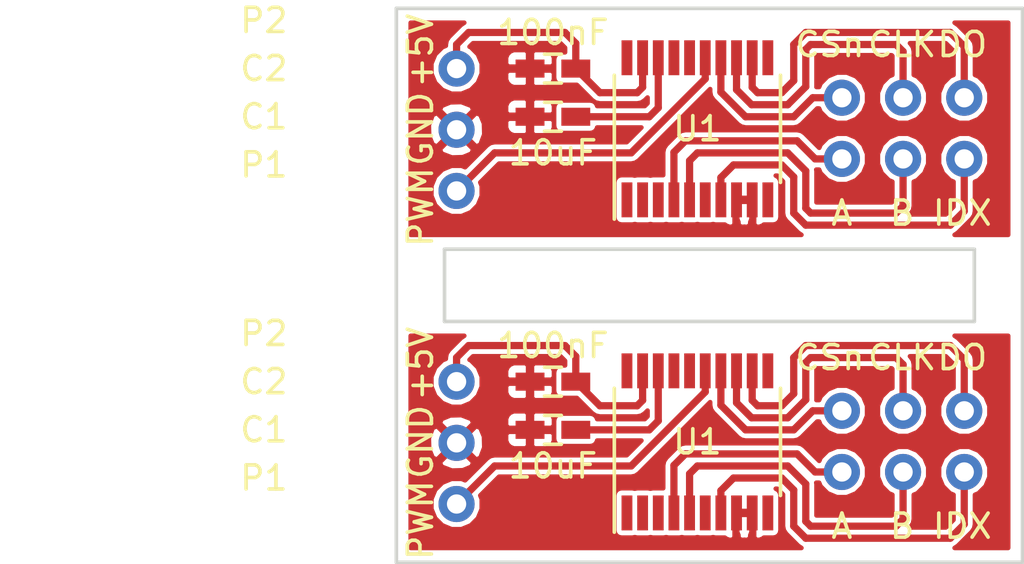
<source format=kicad_pcb>
(kicad_pcb (version 4) (host pcbnew 4.0.4-stable)

  (general
    (links 38)
    (no_connects 10)
    (area 13.924999 12.924999 40.075001 36.075001)
    (thickness 1.6)
    (drawings 31)
    (tracks 130)
    (zones 0)
    (modules 10)
    (nets 11)
  )

  (page A4)
  (layers
    (0 F.Cu signal)
    (31 B.Cu signal)
    (32 B.Adhes user)
    (33 F.Adhes user)
    (34 B.Paste user)
    (35 F.Paste user)
    (36 B.SilkS user)
    (37 F.SilkS user)
    (38 B.Mask user)
    (39 F.Mask user)
    (40 Dwgs.User user)
    (41 Cmts.User user)
    (42 Eco1.User user)
    (43 Eco2.User user)
    (44 Edge.Cuts user)
    (45 Margin user)
    (46 B.CrtYd user)
    (47 F.CrtYd user)
    (48 B.Fab user)
    (49 F.Fab user)
  )

  (setup
    (last_trace_width 0.3)
    (trace_clearance 0.1524)
    (zone_clearance 0.2)
    (zone_45_only no)
    (trace_min 0.1524)
    (segment_width 0.2)
    (edge_width 0.15)
    (via_size 0.6858)
    (via_drill 0.3302)
    (via_min_size 0.6858)
    (via_min_drill 0.3302)
    (uvia_size 0.762)
    (uvia_drill 0.508)
    (uvias_allowed no)
    (uvia_min_size 0)
    (uvia_min_drill 0)
    (pcb_text_width 0.3)
    (pcb_text_size 1.5 1.5)
    (mod_edge_width 0.15)
    (mod_text_size 1 1)
    (mod_text_width 0.15)
    (pad_size 1.2 0.75)
    (pad_drill 0)
    (pad_to_mask_clearance 0.2)
    (aux_axis_origin 0 0)
    (grid_origin 13 13)
    (visible_elements 7FFFFFFF)
    (pcbplotparams
      (layerselection 0x00000_00000001)
      (usegerberextensions false)
      (excludeedgelayer true)
      (linewidth 0.300000)
      (plotframeref false)
      (viasonmask false)
      (mode 1)
      (useauxorigin false)
      (hpglpennumber 1)
      (hpglpenspeed 20)
      (hpglpendiameter 15)
      (hpglpenoverlay 2)
      (psnegative false)
      (psa4output false)
      (plotreference false)
      (plotvalue false)
      (plotinvisibletext false)
      (padsonsilk false)
      (subtractmaskfromsilk false)
      (outputformat 1)
      (mirror false)
      (drillshape 0)
      (scaleselection 1)
      (outputdirectory Sensor_SVG/))
  )

  (net 0 "")
  (net 1 GND)
  (net 2 /A)
  (net 3 /B)
  (net 4 "Net-(C1-Pad1)")
  (net 5 +5V)
  (net 6 /DO)
  (net 7 /PWM)
  (net 8 /CLK)
  (net 9 /CSn)
  (net 10 /IDX)

  (net_class Default "Dies ist die voreingestellte Netzklasse."
    (clearance 0.1524)
    (trace_width 0.3)
    (via_dia 0.6858)
    (via_drill 0.3302)
    (uvia_dia 0.762)
    (uvia_drill 0.508)
    (add_net +5V)
    (add_net /A)
    (add_net /B)
    (add_net /CLK)
    (add_net /CSn)
    (add_net /DO)
    (add_net /IDX)
    (add_net /PWM)
    (add_net GND)
    (add_net "Net-(C1-Pad1)")
  )

  (module dro_footprints:Pin_Header_Straight_1x03 (layer F.Cu) (tedit 583C7A60) (tstamp 583CAFA3)
    (at 16.5 28.5)
    (descr "Through hole pin header")
    (tags "pin header")
    (path /5838720E)
    (fp_text reference P2 (at -8 -2) (layer F.SilkS)
      (effects (font (size 1 1) (thickness 0.15)))
    )
    (fp_text value CONN_01X03 (at -14 -2) (layer F.Fab)
      (effects (font (size 1 1) (thickness 0.15)))
    )
    (fp_line (start -1.75 -1.75) (end -1.75 6.85) (layer F.CrtYd) (width 0.05))
    (fp_line (start 1.75 -1.75) (end 1.75 6.85) (layer F.CrtYd) (width 0.05))
    (fp_line (start -1.75 -1.75) (end 1.75 -1.75) (layer F.CrtYd) (width 0.05))
    (fp_line (start -1.75 6.85) (end 1.75 6.85) (layer F.CrtYd) (width 0.05))
    (pad 1 thru_hole circle (at 0 0) (size 1.5 1.5) (drill 0.8) (layers F.Cu F.Mask)
      (net 5 +5V))
    (pad 2 thru_hole circle (at 0 2.54) (size 1.5 1.5) (drill 0.8) (layers F.Cu F.Mask)
      (net 1 GND))
    (pad 3 thru_hole circle (at 0 5.08) (size 1.5 1.5) (drill 0.8) (layers F.Cu F.Mask)
      (net 7 /PWM))
    (model Pin_Headers.3dshapes/Pin_Header_Straight_1x03.wrl
      (at (xyz 0 -0.1 0))
      (scale (xyz 1 1 1))
      (rotate (xyz 0 0 90))
    )
  )

  (module dro_footprints:Pin_Header_Straight_2x03 (layer F.Cu) (tedit 583C7ADE) (tstamp 583CAF96)
    (at 32.5 32.25 90)
    (descr "Through hole pin header")
    (tags "pin header")
    (path /583871AD)
    (fp_text reference P1 (at -0.25 -24 180) (layer F.SilkS)
      (effects (font (size 1 1) (thickness 0.15)))
    )
    (fp_text value CONN_02X03 (at -0.25 -30 180) (layer F.Fab)
      (effects (font (size 1 1) (thickness 0.15)))
    )
    (fp_line (start -1.75 -1.75) (end -1.75 6.85) (layer F.CrtYd) (width 0.05))
    (fp_line (start 4.3 -1.75) (end 4.3 6.85) (layer F.CrtYd) (width 0.05))
    (fp_line (start -1.75 -1.75) (end 4.3 -1.75) (layer F.CrtYd) (width 0.05))
    (fp_line (start -1.75 6.85) (end 4.3 6.85) (layer F.CrtYd) (width 0.05))
    (pad 1 thru_hole circle (at 0 0 90) (size 1.5 1.5) (drill 0.8) (layers F.Cu F.Mask)
      (net 2 /A))
    (pad 2 thru_hole circle (at 2.54 0 90) (size 1.5 1.5) (drill 0.8) (layers F.Cu F.Mask)
      (net 9 /CSn))
    (pad 3 thru_hole circle (at 0 2.54 90) (size 1.5 1.5) (drill 0.8) (layers F.Cu F.Mask)
      (net 3 /B))
    (pad 4 thru_hole circle (at 2.54 2.54 90) (size 1.5 1.5) (drill 0.8) (layers F.Cu F.Mask)
      (net 8 /CLK))
    (pad 5 thru_hole circle (at 0 5.08 90) (size 1.5 1.5) (drill 0.8) (layers F.Cu F.Mask)
      (net 10 /IDX))
    (pad 6 thru_hole circle (at 2.54 5.08 90) (size 1.5 1.5) (drill 0.8) (layers F.Cu F.Mask)
      (net 6 /DO))
    (model Pin_Headers.3dshapes/Pin_Header_Straight_2x03.wrl
      (at (xyz 0.05 -0.1 0))
      (scale (xyz 1 1 1))
      (rotate (xyz 0 0 90))
    )
  )

  (module Capacitors_SMD:C_0603_HandSoldering (layer F.Cu) (tedit 583C70A7) (tstamp 583CAF87)
    (at 20.5 30.5 180)
    (descr "Capacitor SMD 0603, hand soldering")
    (tags "capacitor 0603")
    (path /583B67A4)
    (attr smd)
    (fp_text reference C1 (at 12 0 180) (layer F.SilkS)
      (effects (font (size 1 1) (thickness 0.15)))
    )
    (fp_text value 10uF (at 15 0 180) (layer F.Fab)
      (effects (font (size 1 1) (thickness 0.15)))
    )
    (fp_line (start -0.8 0.4) (end -0.8 -0.4) (layer F.Fab) (width 0.15))
    (fp_line (start 0.8 0.4) (end -0.8 0.4) (layer F.Fab) (width 0.15))
    (fp_line (start 0.8 -0.4) (end 0.8 0.4) (layer F.Fab) (width 0.15))
    (fp_line (start -0.8 -0.4) (end 0.8 -0.4) (layer F.Fab) (width 0.15))
    (fp_line (start -1.85 -0.75) (end 1.85 -0.75) (layer F.CrtYd) (width 0.05))
    (fp_line (start -1.85 0.75) (end 1.85 0.75) (layer F.CrtYd) (width 0.05))
    (fp_line (start -1.85 -0.75) (end -1.85 0.75) (layer F.CrtYd) (width 0.05))
    (fp_line (start 1.85 -0.75) (end 1.85 0.75) (layer F.CrtYd) (width 0.05))
    (fp_line (start -0.35 -0.6) (end 0.35 -0.6) (layer F.SilkS) (width 0.15))
    (fp_line (start 0.35 0.6) (end -0.35 0.6) (layer F.SilkS) (width 0.15))
    (pad 1 smd rect (at -0.95 0 180) (size 1.2 0.75) (layers F.Cu F.Paste F.Mask)
      (net 4 "Net-(C1-Pad1)"))
    (pad 2 smd rect (at 0.95 0 180) (size 1.2 0.75) (layers F.Cu F.Paste F.Mask)
      (net 1 GND))
    (model Capacitors_SMD.3dshapes/C_0603_HandSoldering.wrl
      (at (xyz 0 0 0))
      (scale (xyz 1 1 1))
      (rotate (xyz 0 0 0))
    )
  )

  (module Housings_SSOP:TSSOP-20_4.4x6.5mm_Pitch0.65mm (layer F.Cu) (tedit 583ACC32) (tstamp 583CAF65)
    (at 26.5 31 90)
    (descr "20-Lead Plastic Thin Shrink Small Outline (ST)-4.4 mm Body [TSSOP] (see Microchip Packaging Specification 00000049BS.pdf)")
    (tags "SSOP 0.65")
    (path /58387FF7)
    (attr smd)
    (fp_text reference U1 (at 0 0 180) (layer F.SilkS)
      (effects (font (size 1 1) (thickness 0.15)))
    )
    (fp_text value AS5311 (at 1.27 0 180) (layer F.Fab)
      (effects (font (size 1 1) (thickness 0.15)))
    )
    (fp_line (start -1.2 -3.25) (end 2.2 -3.25) (layer F.Fab) (width 0.15))
    (fp_line (start 2.2 -3.25) (end 2.2 3.25) (layer F.Fab) (width 0.15))
    (fp_line (start 2.2 3.25) (end -2.2 3.25) (layer F.Fab) (width 0.15))
    (fp_line (start -2.2 3.25) (end -2.2 -2.25) (layer F.Fab) (width 0.15))
    (fp_line (start -2.2 -2.25) (end -1.2 -3.25) (layer F.Fab) (width 0.15))
    (fp_line (start -3.95 -3.55) (end -3.95 3.55) (layer F.CrtYd) (width 0.05))
    (fp_line (start 3.95 -3.55) (end 3.95 3.55) (layer F.CrtYd) (width 0.05))
    (fp_line (start -3.95 -3.55) (end 3.95 -3.55) (layer F.CrtYd) (width 0.05))
    (fp_line (start -3.95 3.55) (end 3.95 3.55) (layer F.CrtYd) (width 0.05))
    (fp_line (start -2.225 3.45) (end 2.225 3.45) (layer F.SilkS) (width 0.15))
    (fp_line (start -3.75 -3.45) (end 2.225 -3.45) (layer F.SilkS) (width 0.15))
    (pad 1 smd rect (at -2.95 -2.925 90) (size 1.45 0.45) (layers F.Cu F.Paste F.Mask))
    (pad 2 smd rect (at -2.95 -2.275 90) (size 1.45 0.45) (layers F.Cu F.Paste F.Mask))
    (pad 3 smd rect (at -2.95 -1.625 90) (size 1.45 0.45) (layers F.Cu F.Paste F.Mask))
    (pad 4 smd rect (at -2.95 -0.975 90) (size 1.45 0.45) (layers F.Cu F.Paste F.Mask)
      (net 2 /A))
    (pad 5 smd rect (at -2.95 -0.325 90) (size 1.45 0.45) (layers F.Cu F.Paste F.Mask)
      (net 3 /B))
    (pad 6 smd rect (at -2.95 0.325 90) (size 1.45 0.45) (layers F.Cu F.Paste F.Mask))
    (pad 7 smd rect (at -2.95 0.975 90) (size 1.45 0.45) (layers F.Cu F.Paste F.Mask)
      (net 10 /IDX))
    (pad 8 smd rect (at -2.95 1.625 90) (size 1.45 0.45) (layers F.Cu F.Paste F.Mask)
      (net 1 GND))
    (pad 9 smd rect (at -2.95 2.275 90) (size 1.45 0.45) (layers F.Cu F.Paste F.Mask)
      (net 1 GND))
    (pad 10 smd rect (at -2.95 2.925 90) (size 1.45 0.45) (layers F.Cu F.Paste F.Mask))
    (pad 11 smd rect (at 2.95 2.925 90) (size 1.45 0.45) (layers F.Cu F.Paste F.Mask))
    (pad 12 smd rect (at 2.95 2.275 90) (size 1.45 0.45) (layers F.Cu F.Paste F.Mask)
      (net 6 /DO))
    (pad 13 smd rect (at 2.95 1.625 90) (size 1.45 0.45) (layers F.Cu F.Paste F.Mask)
      (net 8 /CLK))
    (pad 14 smd rect (at 2.95 0.975 90) (size 1.45 0.45) (layers F.Cu F.Paste F.Mask)
      (net 9 /CSn))
    (pad 15 smd rect (at 2.95 0.325 90) (size 1.45 0.45) (layers F.Cu F.Paste F.Mask)
      (net 7 /PWM))
    (pad 16 smd rect (at 2.95 -0.325 90) (size 1.45 0.45) (layers F.Cu F.Paste F.Mask))
    (pad 17 smd rect (at 2.95 -0.975 90) (size 1.45 0.45) (layers F.Cu F.Paste F.Mask))
    (pad 18 smd rect (at 2.95 -1.625 90) (size 1.45 0.45) (layers F.Cu F.Paste F.Mask)
      (net 4 "Net-(C1-Pad1)"))
    (pad 19 smd rect (at 2.95 -2.275 90) (size 1.45 0.45) (layers F.Cu F.Paste F.Mask)
      (net 5 +5V))
    (pad 20 smd rect (at 2.95 -2.925 90) (size 1.45 0.45) (layers F.Cu F.Paste F.Mask))
    (model Housings_SSOP.3dshapes/TSSOP-20_4.4x6.5mm_Pitch0.65mm.wrl
      (at (xyz 0 0 0))
      (scale (xyz 1 1 1))
      (rotate (xyz 0 0 0))
    )
  )

  (module Capacitors_SMD:C_0603_HandSoldering (layer F.Cu) (tedit 583C7C29) (tstamp 583CAF56)
    (at 20.5 28.5 180)
    (descr "Capacitor SMD 0603, hand soldering")
    (tags "capacitor 0603")
    (path /583874B9)
    (attr smd)
    (fp_text reference C2 (at 12 0 360) (layer F.SilkS)
      (effects (font (size 1 1) (thickness 0.15)))
    )
    (fp_text value 100nF (at 15.5 0 360) (layer F.Fab)
      (effects (font (size 1 1) (thickness 0.15)))
    )
    (fp_line (start -0.8 0.4) (end -0.8 -0.4) (layer F.Fab) (width 0.15))
    (fp_line (start 0.8 0.4) (end -0.8 0.4) (layer F.Fab) (width 0.15))
    (fp_line (start 0.8 -0.4) (end 0.8 0.4) (layer F.Fab) (width 0.15))
    (fp_line (start -0.8 -0.4) (end 0.8 -0.4) (layer F.Fab) (width 0.15))
    (fp_line (start -1.85 -0.75) (end 1.85 -0.75) (layer F.CrtYd) (width 0.05))
    (fp_line (start -1.85 0.75) (end 1.85 0.75) (layer F.CrtYd) (width 0.05))
    (fp_line (start -1.85 -0.75) (end -1.85 0.75) (layer F.CrtYd) (width 0.05))
    (fp_line (start 1.85 -0.75) (end 1.85 0.75) (layer F.CrtYd) (width 0.05))
    (fp_line (start -0.35 -0.6) (end 0.35 -0.6) (layer F.SilkS) (width 0.15))
    (fp_line (start 0.35 0.6) (end -0.35 0.6) (layer F.SilkS) (width 0.15))
    (pad 1 smd rect (at -0.95 0 180) (size 1.2 0.75) (layers F.Cu F.Paste F.Mask)
      (net 5 +5V))
    (pad 2 smd rect (at 0.95 0 180) (size 1.2 0.75) (layers F.Cu F.Paste F.Mask)
      (net 1 GND))
    (model Capacitors_SMD.3dshapes/C_0603_HandSoldering.wrl
      (at (xyz 0 0 0))
      (scale (xyz 1 1 1))
      (rotate (xyz 0 0 0))
    )
  )

  (module Capacitors_SMD:C_0603_HandSoldering (layer F.Cu) (tedit 583C7C29) (tstamp 58388191)
    (at 20.5 15.5 180)
    (descr "Capacitor SMD 0603, hand soldering")
    (tags "capacitor 0603")
    (path /583874B9)
    (attr smd)
    (fp_text reference C2 (at 12 0 360) (layer F.SilkS)
      (effects (font (size 1 1) (thickness 0.15)))
    )
    (fp_text value 100nF (at 15.5 0 360) (layer F.Fab)
      (effects (font (size 1 1) (thickness 0.15)))
    )
    (fp_line (start -0.8 0.4) (end -0.8 -0.4) (layer F.Fab) (width 0.15))
    (fp_line (start 0.8 0.4) (end -0.8 0.4) (layer F.Fab) (width 0.15))
    (fp_line (start 0.8 -0.4) (end 0.8 0.4) (layer F.Fab) (width 0.15))
    (fp_line (start -0.8 -0.4) (end 0.8 -0.4) (layer F.Fab) (width 0.15))
    (fp_line (start -1.85 -0.75) (end 1.85 -0.75) (layer F.CrtYd) (width 0.05))
    (fp_line (start -1.85 0.75) (end 1.85 0.75) (layer F.CrtYd) (width 0.05))
    (fp_line (start -1.85 -0.75) (end -1.85 0.75) (layer F.CrtYd) (width 0.05))
    (fp_line (start 1.85 -0.75) (end 1.85 0.75) (layer F.CrtYd) (width 0.05))
    (fp_line (start -0.35 -0.6) (end 0.35 -0.6) (layer F.SilkS) (width 0.15))
    (fp_line (start 0.35 0.6) (end -0.35 0.6) (layer F.SilkS) (width 0.15))
    (pad 1 smd rect (at -0.95 0 180) (size 1.2 0.75) (layers F.Cu F.Paste F.Mask)
      (net 5 +5V))
    (pad 2 smd rect (at 0.95 0 180) (size 1.2 0.75) (layers F.Cu F.Paste F.Mask)
      (net 1 GND))
    (model Capacitors_SMD.3dshapes/C_0603_HandSoldering.wrl
      (at (xyz 0 0 0))
      (scale (xyz 1 1 1))
      (rotate (xyz 0 0 0))
    )
  )

  (module Housings_SSOP:TSSOP-20_4.4x6.5mm_Pitch0.65mm (layer F.Cu) (tedit 583ACC32) (tstamp 583881B5)
    (at 26.5 18 90)
    (descr "20-Lead Plastic Thin Shrink Small Outline (ST)-4.4 mm Body [TSSOP] (see Microchip Packaging Specification 00000049BS.pdf)")
    (tags "SSOP 0.65")
    (path /58387FF7)
    (attr smd)
    (fp_text reference U1 (at 0 0 180) (layer F.SilkS)
      (effects (font (size 1 1) (thickness 0.15)))
    )
    (fp_text value AS5311 (at 1.27 0 180) (layer F.Fab)
      (effects (font (size 1 1) (thickness 0.15)))
    )
    (fp_line (start -1.2 -3.25) (end 2.2 -3.25) (layer F.Fab) (width 0.15))
    (fp_line (start 2.2 -3.25) (end 2.2 3.25) (layer F.Fab) (width 0.15))
    (fp_line (start 2.2 3.25) (end -2.2 3.25) (layer F.Fab) (width 0.15))
    (fp_line (start -2.2 3.25) (end -2.2 -2.25) (layer F.Fab) (width 0.15))
    (fp_line (start -2.2 -2.25) (end -1.2 -3.25) (layer F.Fab) (width 0.15))
    (fp_line (start -3.95 -3.55) (end -3.95 3.55) (layer F.CrtYd) (width 0.05))
    (fp_line (start 3.95 -3.55) (end 3.95 3.55) (layer F.CrtYd) (width 0.05))
    (fp_line (start -3.95 -3.55) (end 3.95 -3.55) (layer F.CrtYd) (width 0.05))
    (fp_line (start -3.95 3.55) (end 3.95 3.55) (layer F.CrtYd) (width 0.05))
    (fp_line (start -2.225 3.45) (end 2.225 3.45) (layer F.SilkS) (width 0.15))
    (fp_line (start -3.75 -3.45) (end 2.225 -3.45) (layer F.SilkS) (width 0.15))
    (pad 1 smd rect (at -2.95 -2.925 90) (size 1.45 0.45) (layers F.Cu F.Paste F.Mask))
    (pad 2 smd rect (at -2.95 -2.275 90) (size 1.45 0.45) (layers F.Cu F.Paste F.Mask))
    (pad 3 smd rect (at -2.95 -1.625 90) (size 1.45 0.45) (layers F.Cu F.Paste F.Mask))
    (pad 4 smd rect (at -2.95 -0.975 90) (size 1.45 0.45) (layers F.Cu F.Paste F.Mask)
      (net 2 /A))
    (pad 5 smd rect (at -2.95 -0.325 90) (size 1.45 0.45) (layers F.Cu F.Paste F.Mask)
      (net 3 /B))
    (pad 6 smd rect (at -2.95 0.325 90) (size 1.45 0.45) (layers F.Cu F.Paste F.Mask))
    (pad 7 smd rect (at -2.95 0.975 90) (size 1.45 0.45) (layers F.Cu F.Paste F.Mask)
      (net 10 /IDX))
    (pad 8 smd rect (at -2.95 1.625 90) (size 1.45 0.45) (layers F.Cu F.Paste F.Mask)
      (net 1 GND))
    (pad 9 smd rect (at -2.95 2.275 90) (size 1.45 0.45) (layers F.Cu F.Paste F.Mask)
      (net 1 GND))
    (pad 10 smd rect (at -2.95 2.925 90) (size 1.45 0.45) (layers F.Cu F.Paste F.Mask))
    (pad 11 smd rect (at 2.95 2.925 90) (size 1.45 0.45) (layers F.Cu F.Paste F.Mask))
    (pad 12 smd rect (at 2.95 2.275 90) (size 1.45 0.45) (layers F.Cu F.Paste F.Mask)
      (net 6 /DO))
    (pad 13 smd rect (at 2.95 1.625 90) (size 1.45 0.45) (layers F.Cu F.Paste F.Mask)
      (net 8 /CLK))
    (pad 14 smd rect (at 2.95 0.975 90) (size 1.45 0.45) (layers F.Cu F.Paste F.Mask)
      (net 9 /CSn))
    (pad 15 smd rect (at 2.95 0.325 90) (size 1.45 0.45) (layers F.Cu F.Paste F.Mask)
      (net 7 /PWM))
    (pad 16 smd rect (at 2.95 -0.325 90) (size 1.45 0.45) (layers F.Cu F.Paste F.Mask))
    (pad 17 smd rect (at 2.95 -0.975 90) (size 1.45 0.45) (layers F.Cu F.Paste F.Mask))
    (pad 18 smd rect (at 2.95 -1.625 90) (size 1.45 0.45) (layers F.Cu F.Paste F.Mask)
      (net 4 "Net-(C1-Pad1)"))
    (pad 19 smd rect (at 2.95 -2.275 90) (size 1.45 0.45) (layers F.Cu F.Paste F.Mask)
      (net 5 +5V))
    (pad 20 smd rect (at 2.95 -2.925 90) (size 1.45 0.45) (layers F.Cu F.Paste F.Mask))
    (model Housings_SSOP.3dshapes/TSSOP-20_4.4x6.5mm_Pitch0.65mm.wrl
      (at (xyz 0 0 0))
      (scale (xyz 1 1 1))
      (rotate (xyz 0 0 0))
    )
  )

  (module Capacitors_SMD:C_0603_HandSoldering (layer F.Cu) (tedit 583C70A7) (tstamp 583B6361)
    (at 20.5 17.5 180)
    (descr "Capacitor SMD 0603, hand soldering")
    (tags "capacitor 0603")
    (path /583B67A4)
    (attr smd)
    (fp_text reference C1 (at 12 0 180) (layer F.SilkS)
      (effects (font (size 1 1) (thickness 0.15)))
    )
    (fp_text value 10uF (at 15 0 180) (layer F.Fab)
      (effects (font (size 1 1) (thickness 0.15)))
    )
    (fp_line (start -0.8 0.4) (end -0.8 -0.4) (layer F.Fab) (width 0.15))
    (fp_line (start 0.8 0.4) (end -0.8 0.4) (layer F.Fab) (width 0.15))
    (fp_line (start 0.8 -0.4) (end 0.8 0.4) (layer F.Fab) (width 0.15))
    (fp_line (start -0.8 -0.4) (end 0.8 -0.4) (layer F.Fab) (width 0.15))
    (fp_line (start -1.85 -0.75) (end 1.85 -0.75) (layer F.CrtYd) (width 0.05))
    (fp_line (start -1.85 0.75) (end 1.85 0.75) (layer F.CrtYd) (width 0.05))
    (fp_line (start -1.85 -0.75) (end -1.85 0.75) (layer F.CrtYd) (width 0.05))
    (fp_line (start 1.85 -0.75) (end 1.85 0.75) (layer F.CrtYd) (width 0.05))
    (fp_line (start -0.35 -0.6) (end 0.35 -0.6) (layer F.SilkS) (width 0.15))
    (fp_line (start 0.35 0.6) (end -0.35 0.6) (layer F.SilkS) (width 0.15))
    (pad 1 smd rect (at -0.95 0 180) (size 1.2 0.75) (layers F.Cu F.Paste F.Mask)
      (net 4 "Net-(C1-Pad1)"))
    (pad 2 smd rect (at 0.95 0 180) (size 1.2 0.75) (layers F.Cu F.Paste F.Mask)
      (net 1 GND))
    (model Capacitors_SMD.3dshapes/C_0603_HandSoldering.wrl
      (at (xyz 0 0 0))
      (scale (xyz 1 1 1))
      (rotate (xyz 0 0 0))
    )
  )

  (module dro_footprints:Pin_Header_Straight_2x03 (layer F.Cu) (tedit 583C7ADE) (tstamp 583C7F6E)
    (at 32.5 19.25 90)
    (descr "Through hole pin header")
    (tags "pin header")
    (path /583871AD)
    (fp_text reference P1 (at -0.25 -24 180) (layer F.SilkS)
      (effects (font (size 1 1) (thickness 0.15)))
    )
    (fp_text value CONN_02X03 (at -0.25 -30 180) (layer F.Fab)
      (effects (font (size 1 1) (thickness 0.15)))
    )
    (fp_line (start -1.75 -1.75) (end -1.75 6.85) (layer F.CrtYd) (width 0.05))
    (fp_line (start 4.3 -1.75) (end 4.3 6.85) (layer F.CrtYd) (width 0.05))
    (fp_line (start -1.75 -1.75) (end 4.3 -1.75) (layer F.CrtYd) (width 0.05))
    (fp_line (start -1.75 6.85) (end 4.3 6.85) (layer F.CrtYd) (width 0.05))
    (pad 1 thru_hole circle (at 0 0 90) (size 1.5 1.5) (drill 0.8) (layers F.Cu F.Mask)
      (net 2 /A))
    (pad 2 thru_hole circle (at 2.54 0 90) (size 1.5 1.5) (drill 0.8) (layers F.Cu F.Mask)
      (net 9 /CSn))
    (pad 3 thru_hole circle (at 0 2.54 90) (size 1.5 1.5) (drill 0.8) (layers F.Cu F.Mask)
      (net 3 /B))
    (pad 4 thru_hole circle (at 2.54 2.54 90) (size 1.5 1.5) (drill 0.8) (layers F.Cu F.Mask)
      (net 8 /CLK))
    (pad 5 thru_hole circle (at 0 5.08 90) (size 1.5 1.5) (drill 0.8) (layers F.Cu F.Mask)
      (net 10 /IDX))
    (pad 6 thru_hole circle (at 2.54 5.08 90) (size 1.5 1.5) (drill 0.8) (layers F.Cu F.Mask)
      (net 6 /DO))
    (model Pin_Headers.3dshapes/Pin_Header_Straight_2x03.wrl
      (at (xyz 0.05 -0.1 0))
      (scale (xyz 1 1 1))
      (rotate (xyz 0 0 90))
    )
  )

  (module dro_footprints:Pin_Header_Straight_1x03 (layer F.Cu) (tedit 583C7A60) (tstamp 583C7F7B)
    (at 16.5 15.5)
    (descr "Through hole pin header")
    (tags "pin header")
    (path /5838720E)
    (fp_text reference P2 (at -8 -2) (layer F.SilkS)
      (effects (font (size 1 1) (thickness 0.15)))
    )
    (fp_text value CONN_01X03 (at -14 -2) (layer F.Fab)
      (effects (font (size 1 1) (thickness 0.15)))
    )
    (fp_line (start -1.75 -1.75) (end -1.75 6.85) (layer F.CrtYd) (width 0.05))
    (fp_line (start 1.75 -1.75) (end 1.75 6.85) (layer F.CrtYd) (width 0.05))
    (fp_line (start -1.75 -1.75) (end 1.75 -1.75) (layer F.CrtYd) (width 0.05))
    (fp_line (start -1.75 6.85) (end 1.75 6.85) (layer F.CrtYd) (width 0.05))
    (pad 1 thru_hole circle (at 0 0) (size 1.5 1.5) (drill 0.8) (layers F.Cu F.Mask)
      (net 5 +5V))
    (pad 2 thru_hole circle (at 0 2.54) (size 1.5 1.5) (drill 0.8) (layers F.Cu F.Mask)
      (net 1 GND))
    (pad 3 thru_hole circle (at 0 5.08) (size 1.5 1.5) (drill 0.8) (layers F.Cu F.Mask)
      (net 7 /PWM))
    (model Pin_Headers.3dshapes/Pin_Header_Straight_1x03.wrl
      (at (xyz 0 -0.1 0))
      (scale (xyz 1 1 1))
      (rotate (xyz 0 0 90))
    )
  )

  (gr_text A (at 32.5 34.5) (layer F.SilkS) (tstamp 583CAFF8)
    (effects (font (size 1 1) (thickness 0.15)))
  )
  (gr_text B (at 35 34.5) (layer F.SilkS) (tstamp 583CAFF7)
    (effects (font (size 1 1) (thickness 0.15)))
  )
  (gr_text GND (at 15 31 90) (layer F.SilkS) (tstamp 583CAFF6)
    (effects (font (size 1 1) (thickness 0.15)))
  )
  (gr_text +5V (at 15 27.75 90) (layer F.SilkS) (tstamp 583CAFF5)
    (effects (font (size 1 1) (thickness 0.15)))
  )
  (gr_text IDX (at 37.5 34.5) (layer F.SilkS) (tstamp 583CAFF4)
    (effects (font (size 1 1) (thickness 0.15)))
  )
  (gr_text 100nF (at 20.5 27) (layer F.SilkS) (tstamp 583CAFF3)
    (effects (font (size 1 1) (thickness 0.15)))
  )
  (gr_text 10uF (at 20.5 32) (layer F.SilkS) (tstamp 583CAFF2)
    (effects (font (size 1 1) (thickness 0.15)))
  )
  (gr_text CSn (at 32 27.5) (layer F.SilkS) (tstamp 583CAFF1)
    (effects (font (size 1 1) (thickness 0.15)))
  )
  (gr_text CLK (at 35 27.5) (layer F.SilkS) (tstamp 583CAFF0)
    (effects (font (size 1 1) (thickness 0.15)))
  )
  (gr_text DO (at 37.5 27.5) (layer F.SilkS) (tstamp 583CAFEF)
    (effects (font (size 1 1) (thickness 0.15)))
  )
  (gr_text PWM (at 15 34.25 90) (layer F.SilkS) (tstamp 583CAFEE)
    (effects (font (size 1 1) (thickness 0.15)))
  )
  (gr_text PWM (at 15 21.25 90) (layer F.SilkS)
    (effects (font (size 1 1) (thickness 0.15)))
  )
  (gr_line (start 38 26) (end 16 26) (angle 90) (layer Edge.Cuts) (width 0.15))
  (gr_line (start 38 23) (end 38 26) (angle 90) (layer Edge.Cuts) (width 0.15))
  (gr_line (start 16 23) (end 38 23) (angle 90) (layer Edge.Cuts) (width 0.15))
  (gr_line (start 40 36) (end 14 36) (angle 90) (layer Edge.Cuts) (width 0.15))
  (gr_line (start 40 13) (end 40 36) (angle 90) (layer Edge.Cuts) (width 0.15))
  (gr_line (start 14 13) (end 40 13) (angle 90) (layer Edge.Cuts) (width 0.15))
  (gr_text DO (at 37.5 14.5) (layer F.SilkS)
    (effects (font (size 1 1) (thickness 0.15)))
  )
  (gr_text CLK (at 35 14.5) (layer F.SilkS)
    (effects (font (size 1 1) (thickness 0.15)))
  )
  (gr_text CSn (at 32 14.5) (layer F.SilkS)
    (effects (font (size 1 1) (thickness 0.15)))
  )
  (gr_text 10uF (at 20.5 19) (layer F.SilkS)
    (effects (font (size 1 1) (thickness 0.15)))
  )
  (gr_line (start 14 36) (end 14 13) (angle 90) (layer Edge.Cuts) (width 0.15))
  (gr_line (start 16 23) (end 16 26) (angle 90) (layer Edge.Cuts) (width 0.15))
  (gr_text 100nF (at 20.5 14) (layer F.SilkS)
    (effects (font (size 1 1) (thickness 0.15)))
  )
  (gr_text IDX (at 37.5 21.5) (layer F.SilkS)
    (effects (font (size 1 1) (thickness 0.15)))
  )
  (gr_text +5V (at 15 14.75 90) (layer F.SilkS)
    (effects (font (size 1 1) (thickness 0.15)))
  )
  (gr_text GND (at 15 18 90) (layer F.SilkS)
    (effects (font (size 1 1) (thickness 0.15)))
  )
  (gr_text B (at 35 21.5) (layer F.SilkS)
    (effects (font (size 1 1) (thickness 0.15)))
  )
  (gr_text A (at 32.5 21.5) (layer F.SilkS)
    (effects (font (size 1 1) (thickness 0.15)))
  )
  (gr_text "cut out" (at 24 24.5) (layer Dwgs.User)
    (effects (font (size 1.5 1.5) (thickness 0.3)))
  )

  (segment (start 16.96 31.5) (end 16.5 31.04) (width 0.3) (layer F.Cu) (net 1) (tstamp 583CAFAE))
  (segment (start 19.55 28.5) (end 19.55 28.55) (width 0.3) (layer F.Cu) (net 1) (tstamp 583CAFAD) (status 30))
  (segment (start 19.55 15.5) (end 19.55 15.55) (width 0.3) (layer F.Cu) (net 1) (status 30))
  (segment (start 16.96 18.5) (end 16.5 18.04) (width 0.3) (layer F.Cu) (net 1) (tstamp 583C71A4))
  (segment (start 25.525 31.975) (end 26 31.5) (width 0.3) (layer F.Cu) (net 2) (tstamp 583CAFB3))
  (segment (start 26 31.5) (end 30.639794 31.5) (width 0.3) (layer F.Cu) (net 2) (tstamp 583CAFB2))
  (segment (start 30.639794 31.5) (end 31.389794 32.25) (width 0.3) (layer F.Cu) (net 2) (tstamp 583CAFB1))
  (segment (start 31.389794 32.25) (end 32.5 32.25) (width 0.3) (layer F.Cu) (net 2) (tstamp 583CAFB0))
  (segment (start 25.525 33.95) (end 25.525 31.975) (width 0.3) (layer F.Cu) (net 2) (tstamp 583CAFAF))
  (segment (start 25.525 20.95) (end 25.525 18.975) (width 0.3) (layer F.Cu) (net 2))
  (segment (start 31.389794 19.25) (end 32.5 19.25) (width 0.3) (layer F.Cu) (net 2) (tstamp 583C7531))
  (segment (start 30.639794 18.5) (end 31.389794 19.25) (width 0.3) (layer F.Cu) (net 2) (tstamp 583C752A))
  (segment (start 26 18.5) (end 30.639794 18.5) (width 0.3) (layer F.Cu) (net 2) (tstamp 583C751E))
  (segment (start 25.525 18.975) (end 26 18.5) (width 0.3) (layer F.Cu) (net 2) (tstamp 583C751A))
  (segment (start 26.175 32.325) (end 26.5 32) (width 0.3) (layer F.Cu) (net 3) (tstamp 583CAFBC))
  (segment (start 26.5 32) (end 30.25 32) (width 0.3) (layer F.Cu) (net 3) (tstamp 583CAFBB))
  (segment (start 30.25 32) (end 31 32.75) (width 0.3) (layer F.Cu) (net 3) (tstamp 583CAFBA))
  (segment (start 31 32.75) (end 31 34.297598) (width 0.3) (layer F.Cu) (net 3) (tstamp 583CAFB9))
  (segment (start 31 34.297598) (end 31.202402 34.5) (width 0.3) (layer F.Cu) (net 3) (tstamp 583CAFB8))
  (segment (start 31.202402 34.5) (end 34.75 34.5) (width 0.3) (layer F.Cu) (net 3) (tstamp 583CAFB7))
  (segment (start 34.75 34.5) (end 35.04 34.21) (width 0.3) (layer F.Cu) (net 3) (tstamp 583CAFB6))
  (segment (start 35.04 34.21) (end 35.04 32.25) (width 0.3) (layer F.Cu) (net 3) (tstamp 583CAFB5))
  (segment (start 26.175 33.95) (end 26.175 32.325) (width 0.3) (layer F.Cu) (net 3) (tstamp 583CAFB4))
  (segment (start 26.175 20.95) (end 26.175 19.325) (width 0.3) (layer F.Cu) (net 3))
  (segment (start 35.04 21.21) (end 35.04 19.25) (width 0.3) (layer F.Cu) (net 3) (tstamp 583C756C))
  (segment (start 34.75 21.5) (end 35.04 21.21) (width 0.3) (layer F.Cu) (net 3) (tstamp 583C756A))
  (segment (start 31.202402 21.5) (end 34.75 21.5) (width 0.3) (layer F.Cu) (net 3) (tstamp 583C7566))
  (segment (start 31 21.297598) (end 31.202402 21.5) (width 0.3) (layer F.Cu) (net 3) (tstamp 583C7565))
  (segment (start 31 19.75) (end 31 21.297598) (width 0.3) (layer F.Cu) (net 3) (tstamp 583C7561))
  (segment (start 30.25 19) (end 31 19.75) (width 0.3) (layer F.Cu) (net 3) (tstamp 583C755B))
  (segment (start 26.5 19) (end 30.25 19) (width 0.3) (layer F.Cu) (net 3) (tstamp 583C7557))
  (segment (start 26.175 19.325) (end 26.5 19) (width 0.3) (layer F.Cu) (net 3) (tstamp 583C754F))
  (segment (start 24.875 30.125) (end 24.5 30.5) (width 0.3) (layer F.Cu) (net 4) (tstamp 583CAFBF))
  (segment (start 24.5 30.5) (end 21.45 30.5) (width 0.3) (layer F.Cu) (net 4) (tstamp 583CAFBE))
  (segment (start 24.875 28.05) (end 24.875 30.125) (width 0.3) (layer F.Cu) (net 4) (tstamp 583CAFBD))
  (segment (start 24.875 15.05) (end 24.875 17.125) (width 0.3) (layer F.Cu) (net 4))
  (segment (start 24.5 17.5) (end 21.45 17.5) (width 0.3) (layer F.Cu) (net 4) (tstamp 583C7120))
  (segment (start 24.875 17.125) (end 24.5 17.5) (width 0.3) (layer F.Cu) (net 4) (tstamp 583C711A))
  (segment (start 21.5 28.55) (end 21.45 28.5) (width 0.3) (layer F.Cu) (net 5) (tstamp 583CAFC9) (status 30))
  (segment (start 24.225 29.275) (end 24 29.5) (width 0.3) (layer F.Cu) (net 5) (tstamp 583CAFC8))
  (segment (start 24 29.5) (end 22.45 29.5) (width 0.3) (layer F.Cu) (net 5) (tstamp 583CAFC7))
  (segment (start 22.45 29.5) (end 21.45 28.5) (width 0.3) (layer F.Cu) (net 5) (tstamp 583CAFC6))
  (segment (start 24.225 28.05) (end 24.225 29.275) (width 0.3) (layer F.Cu) (net 5) (tstamp 583CAFC5))
  (segment (start 21.45 28.5) (end 21.45 27.45) (width 0.3) (layer F.Cu) (net 5) (tstamp 583CAFC4))
  (segment (start 21.45 27.45) (end 21 27) (width 0.3) (layer F.Cu) (net 5) (tstamp 583CAFC3))
  (segment (start 21 27) (end 17 27) (width 0.3) (layer F.Cu) (net 5) (tstamp 583CAFC2))
  (segment (start 17 27) (end 16.5 27.5) (width 0.3) (layer F.Cu) (net 5) (tstamp 583CAFC1))
  (segment (start 16.5 27.5) (end 16.5 28.5) (width 0.3) (layer F.Cu) (net 5) (tstamp 583CAFC0))
  (segment (start 16.5 14.5) (end 16.5 15.5) (width 0.3) (layer F.Cu) (net 5) (tstamp 583C71DB))
  (segment (start 17 14) (end 16.5 14.5) (width 0.3) (layer F.Cu) (net 5) (tstamp 583C71DA))
  (segment (start 21 14) (end 17 14) (width 0.3) (layer F.Cu) (net 5) (tstamp 583C71D7))
  (segment (start 21.45 14.45) (end 21 14) (width 0.3) (layer F.Cu) (net 5) (tstamp 583C71D6))
  (segment (start 21.45 15.5) (end 21.45 14.45) (width 0.3) (layer F.Cu) (net 5))
  (segment (start 24.225 15.05) (end 24.225 16.275) (width 0.3) (layer F.Cu) (net 5))
  (segment (start 22.45 16.5) (end 21.45 15.5) (width 0.3) (layer F.Cu) (net 5) (tstamp 583C7114))
  (segment (start 24 16.5) (end 22.45 16.5) (width 0.3) (layer F.Cu) (net 5) (tstamp 583C7110))
  (segment (start 24.225 16.275) (end 24 16.5) (width 0.3) (layer F.Cu) (net 5) (tstamp 583C7109))
  (segment (start 21.5 15.55) (end 21.45 15.5) (width 0.3) (layer F.Cu) (net 5) (tstamp 5838CAE9) (status 30))
  (segment (start 28.775 29.275) (end 29 29.5) (width 0.3) (layer F.Cu) (net 6) (tstamp 583CAFD2))
  (segment (start 29 29.5) (end 30 29.5) (width 0.3) (layer F.Cu) (net 6) (tstamp 583CAFD1))
  (segment (start 30 29.5) (end 30.5 29) (width 0.3) (layer F.Cu) (net 6) (tstamp 583CAFD0))
  (segment (start 30.5 29) (end 30.5 27.5) (width 0.3) (layer F.Cu) (net 6) (tstamp 583CAFCF))
  (segment (start 30.5 27.5) (end 31 27) (width 0.3) (layer F.Cu) (net 6) (tstamp 583CAFCE))
  (segment (start 31 27) (end 37 27) (width 0.3) (layer F.Cu) (net 6) (tstamp 583CAFCD))
  (segment (start 37 27) (end 37.58 27.58) (width 0.3) (layer F.Cu) (net 6) (tstamp 583CAFCC))
  (segment (start 37.58 27.58) (end 37.58 29.71) (width 0.3) (layer F.Cu) (net 6) (tstamp 583CAFCB))
  (segment (start 28.775 28.05) (end 28.775 29.275) (width 0.3) (layer F.Cu) (net 6) (tstamp 583CAFCA))
  (segment (start 28.775 15.05) (end 28.775 16.275) (width 0.3) (layer F.Cu) (net 6))
  (segment (start 37.58 14.58) (end 37.58 16.71) (width 0.3) (layer F.Cu) (net 6) (tstamp 583C7474))
  (segment (start 37 14) (end 37.58 14.58) (width 0.3) (layer F.Cu) (net 6) (tstamp 583C7471))
  (segment (start 31 14) (end 37 14) (width 0.3) (layer F.Cu) (net 6) (tstamp 583C746F))
  (segment (start 30.5 14.5) (end 31 14) (width 0.3) (layer F.Cu) (net 6) (tstamp 583C746E))
  (segment (start 30.5 16) (end 30.5 14.5) (width 0.3) (layer F.Cu) (net 6) (tstamp 583C746C))
  (segment (start 30 16.5) (end 30.5 16) (width 0.3) (layer F.Cu) (net 6) (tstamp 583C7468))
  (segment (start 29 16.5) (end 30 16.5) (width 0.3) (layer F.Cu) (net 6) (tstamp 583C7465))
  (segment (start 28.775 16.275) (end 29 16.5) (width 0.3) (layer F.Cu) (net 6) (tstamp 583C7461))
  (segment (start 26.825 28.925) (end 23.75 32) (width 0.3) (layer F.Cu) (net 7) (tstamp 583CAFD6))
  (segment (start 23.75 32) (end 18.08 32) (width 0.3) (layer F.Cu) (net 7) (tstamp 583CAFD5))
  (segment (start 18.08 32) (end 16.5 33.58) (width 0.3) (layer F.Cu) (net 7) (tstamp 583CAFD4))
  (segment (start 26.825 28.05) (end 26.825 28.925) (width 0.3) (layer F.Cu) (net 7) (tstamp 583CAFD3))
  (segment (start 26.825 15.05) (end 26.825 15.925) (width 0.3) (layer F.Cu) (net 7))
  (segment (start 18.08 19) (end 16.5 20.58) (width 0.3) (layer F.Cu) (net 7) (tstamp 583C7F90))
  (segment (start 23.75 19) (end 18.08 19) (width 0.3) (layer F.Cu) (net 7) (tstamp 583C7F8E))
  (segment (start 26.825 15.925) (end 23.75 19) (width 0.3) (layer F.Cu) (net 7) (tstamp 583C7F8D))
  (segment (start 28.125 29.375) (end 28.75 30) (width 0.3) (layer F.Cu) (net 8) (tstamp 583CAFDF))
  (segment (start 28.75 30) (end 30.25 30) (width 0.3) (layer F.Cu) (net 8) (tstamp 583CAFDE))
  (segment (start 30.25 30) (end 31 29.25) (width 0.3) (layer F.Cu) (net 8) (tstamp 583CAFDD))
  (segment (start 31 29.25) (end 31 27.702402) (width 0.3) (layer F.Cu) (net 8) (tstamp 583CAFDC))
  (segment (start 31 27.702402) (end 31.202402 27.5) (width 0.3) (layer F.Cu) (net 8) (tstamp 583CAFDB))
  (segment (start 31.202402 27.5) (end 34.75 27.5) (width 0.3) (layer F.Cu) (net 8) (tstamp 583CAFDA))
  (segment (start 34.75 27.5) (end 35.04 27.79) (width 0.3) (layer F.Cu) (net 8) (tstamp 583CAFD9))
  (segment (start 35.04 27.79) (end 35.04 29.71) (width 0.3) (layer F.Cu) (net 8) (tstamp 583CAFD8))
  (segment (start 28.125 28.05) (end 28.125 29.375) (width 0.3) (layer F.Cu) (net 8) (tstamp 583CAFD7))
  (segment (start 28.125 15.05) (end 28.125 16.375) (width 0.3) (layer F.Cu) (net 8))
  (segment (start 35.04 14.79) (end 35.04 16.71) (width 0.3) (layer F.Cu) (net 8) (tstamp 583C74A2))
  (segment (start 34.75 14.5) (end 35.04 14.79) (width 0.3) (layer F.Cu) (net 8) (tstamp 583C74A0))
  (segment (start 31.202402 14.5) (end 34.75 14.5) (width 0.3) (layer F.Cu) (net 8) (tstamp 583C749E))
  (segment (start 31 14.702402) (end 31.202402 14.5) (width 0.3) (layer F.Cu) (net 8) (tstamp 583C749C))
  (segment (start 31 16.25) (end 31 14.702402) (width 0.3) (layer F.Cu) (net 8) (tstamp 583C7497))
  (segment (start 30.25 17) (end 31 16.25) (width 0.3) (layer F.Cu) (net 8) (tstamp 583C7492))
  (segment (start 28.75 17) (end 30.25 17) (width 0.3) (layer F.Cu) (net 8) (tstamp 583C748F))
  (segment (start 28.125 16.375) (end 28.75 17) (width 0.3) (layer F.Cu) (net 8) (tstamp 583C747B))
  (segment (start 27.475 29.475) (end 28.5 30.5) (width 0.3) (layer F.Cu) (net 9) (tstamp 583CAFE4))
  (segment (start 28.5 30.5) (end 30.5 30.5) (width 0.3) (layer F.Cu) (net 9) (tstamp 583CAFE3))
  (segment (start 30.5 30.5) (end 31.29 29.71) (width 0.3) (layer F.Cu) (net 9) (tstamp 583CAFE2))
  (segment (start 31.29 29.71) (end 32.5 29.71) (width 0.3) (layer F.Cu) (net 9) (tstamp 583CAFE1))
  (segment (start 27.475 28.05) (end 27.475 29.475) (width 0.3) (layer F.Cu) (net 9) (tstamp 583CAFE0))
  (segment (start 27.475 15.05) (end 27.475 16.475) (width 0.3) (layer F.Cu) (net 9))
  (segment (start 31.29 16.71) (end 32.5 16.71) (width 0.3) (layer F.Cu) (net 9) (tstamp 583C74C9))
  (segment (start 30.5 17.5) (end 31.29 16.71) (width 0.3) (layer F.Cu) (net 9) (tstamp 583C74C3))
  (segment (start 28.5 17.5) (end 30.5 17.5) (width 0.3) (layer F.Cu) (net 9) (tstamp 583C74C1))
  (segment (start 27.475 16.475) (end 28.5 17.5) (width 0.3) (layer F.Cu) (net 9) (tstamp 583C74BD))
  (segment (start 27.475 33.025) (end 28 32.5) (width 0.3) (layer F.Cu) (net 10) (tstamp 583CAFED))
  (segment (start 28 32.5) (end 30 32.5) (width 0.3) (layer F.Cu) (net 10) (tstamp 583CAFEC))
  (segment (start 30 32.5) (end 30.5 33) (width 0.3) (layer F.Cu) (net 10) (tstamp 583CAFEB))
  (segment (start 30.5 33) (end 30.5 34.5) (width 0.3) (layer F.Cu) (net 10) (tstamp 583CAFEA))
  (segment (start 30.5 34.5) (end 31 35) (width 0.3) (layer F.Cu) (net 10) (tstamp 583CAFE9))
  (segment (start 31 35) (end 37 35) (width 0.3) (layer F.Cu) (net 10) (tstamp 583CAFE8))
  (segment (start 37 35) (end 37.58 34.42) (width 0.3) (layer F.Cu) (net 10) (tstamp 583CAFE7))
  (segment (start 37.58 34.42) (end 37.58 32.25) (width 0.3) (layer F.Cu) (net 10) (tstamp 583CAFE6))
  (segment (start 27.475 33.95) (end 27.475 33.025) (width 0.3) (layer F.Cu) (net 10) (tstamp 583CAFE5))
  (segment (start 27.475 20.95) (end 27.475 20.025) (width 0.3) (layer F.Cu) (net 10))
  (segment (start 37.58 21.42) (end 37.58 19.25) (width 0.3) (layer F.Cu) (net 10) (tstamp 583C74EB))
  (segment (start 37 22) (end 37.58 21.42) (width 0.3) (layer F.Cu) (net 10) (tstamp 583C74E9))
  (segment (start 31 22) (end 37 22) (width 0.3) (layer F.Cu) (net 10) (tstamp 583C74E3))
  (segment (start 30.5 21.5) (end 31 22) (width 0.3) (layer F.Cu) (net 10) (tstamp 583C74E2))
  (segment (start 30.5 20) (end 30.5 21.5) (width 0.3) (layer F.Cu) (net 10) (tstamp 583C74E0))
  (segment (start 30 19.5) (end 30.5 20) (width 0.3) (layer F.Cu) (net 10) (tstamp 583C74DE))
  (segment (start 28 19.5) (end 30 19.5) (width 0.3) (layer F.Cu) (net 10) (tstamp 583C74DC))
  (segment (start 27.475 20.025) (end 28 19.5) (width 0.3) (layer F.Cu) (net 10) (tstamp 583C74D3))

  (zone (net 1) (net_name GND) (layer F.Cu) (tstamp 583AD10B) (hatch edge 0.508)
    (connect_pads (clearance 0.2))
    (min_thickness 0.19)
    (fill yes (arc_segments 16) (thermal_gap 0.3) (thermal_bridge_width 0.35))
    (polygon
      (pts
        (xy 39.5 22.5) (xy 14.5 22.5) (xy 14.5 13.5) (xy 39.5 13.5)
      )
    )
    (filled_polygon
      (pts
        (xy 16.685337 13.685337) (xy 16.685335 13.68534) (xy 16.185337 14.185337) (xy 16.088874 14.329706) (xy 16.054999 14.5)
        (xy 16.055 14.500005) (xy 16.055 14.553178) (xy 15.908828 14.613575) (xy 15.614608 14.907282) (xy 15.455182 15.291225)
        (xy 15.454819 15.706951) (xy 15.613575 16.091172) (xy 15.907282 16.385392) (xy 16.291225 16.544818) (xy 16.706951 16.545181)
        (xy 17.091172 16.386425) (xy 17.385392 16.092718) (xy 17.544818 15.708775) (xy 17.544844 15.67875) (xy 18.555 15.67875)
        (xy 18.555 15.953571) (xy 18.615135 16.09875) (xy 18.726251 16.209865) (xy 18.87143 16.27) (xy 19.37125 16.27)
        (xy 19.47 16.17125) (xy 19.47 15.58) (xy 19.63 15.58) (xy 19.63 16.17125) (xy 19.72875 16.27)
        (xy 20.22857 16.27) (xy 20.373749 16.209865) (xy 20.484865 16.09875) (xy 20.545 15.953571) (xy 20.545 15.67875)
        (xy 20.44625 15.58) (xy 19.63 15.58) (xy 19.47 15.58) (xy 18.65375 15.58) (xy 18.555 15.67875)
        (xy 17.544844 15.67875) (xy 17.545181 15.293049) (xy 17.443281 15.046429) (xy 18.555 15.046429) (xy 18.555 15.32125)
        (xy 18.65375 15.42) (xy 19.47 15.42) (xy 19.47 14.82875) (xy 19.63 14.82875) (xy 19.63 15.42)
        (xy 20.44625 15.42) (xy 20.545 15.32125) (xy 20.545 15.046429) (xy 20.484865 14.90125) (xy 20.373749 14.790135)
        (xy 20.22857 14.73) (xy 19.72875 14.73) (xy 19.63 14.82875) (xy 19.47 14.82875) (xy 19.37125 14.73)
        (xy 18.87143 14.73) (xy 18.726251 14.790135) (xy 18.615135 14.90125) (xy 18.555 15.046429) (xy 17.443281 15.046429)
        (xy 17.386425 14.908828) (xy 17.092718 14.614608) (xy 17.037603 14.591722) (xy 17.184325 14.445) (xy 20.815674 14.445)
        (xy 21.005 14.634325) (xy 21.005 14.824221) (xy 20.85 14.824221) (xy 20.74068 14.844791) (xy 20.640276 14.909399)
        (xy 20.572918 15.00798) (xy 20.549221 15.125) (xy 20.549221 15.875) (xy 20.569791 15.98432) (xy 20.634399 16.084724)
        (xy 20.73298 16.152082) (xy 20.85 16.175779) (xy 21.496453 16.175779) (xy 22.135335 16.81466) (xy 22.135337 16.814663)
        (xy 22.246318 16.888817) (xy 22.279706 16.911126) (xy 22.45 16.945001) (xy 22.450005 16.945) (xy 23.999995 16.945)
        (xy 24 16.945001) (xy 24.170294 16.911126) (xy 24.314663 16.814663) (xy 24.43 16.699325) (xy 24.43 16.940675)
        (xy 24.315674 17.055) (xy 22.337608 17.055) (xy 22.330209 17.01568) (xy 22.265601 16.915276) (xy 22.16702 16.847918)
        (xy 22.05 16.824221) (xy 20.85 16.824221) (xy 20.74068 16.844791) (xy 20.640276 16.909399) (xy 20.572918 17.00798)
        (xy 20.549221 17.125) (xy 20.549221 17.875) (xy 20.569791 17.98432) (xy 20.634399 18.084724) (xy 20.73298 18.152082)
        (xy 20.85 18.175779) (xy 22.05 18.175779) (xy 22.15932 18.155209) (xy 22.259724 18.090601) (xy 22.327082 17.99202)
        (xy 22.336604 17.945) (xy 24.175674 17.945) (xy 23.565674 18.555) (xy 18.08 18.555) (xy 17.909706 18.588874)
        (xy 17.765337 18.685337) (xy 17.765335 18.68534) (xy 16.854841 19.595833) (xy 16.708775 19.535182) (xy 16.293049 19.534819)
        (xy 15.908828 19.693575) (xy 15.614608 19.987282) (xy 15.455182 20.371225) (xy 15.454819 20.786951) (xy 15.613575 21.171172)
        (xy 15.907282 21.465392) (xy 16.291225 21.624818) (xy 16.706951 21.625181) (xy 17.091172 21.466425) (xy 17.385392 21.172718)
        (xy 17.544818 20.788775) (xy 17.545181 20.373049) (xy 17.484101 20.225224) (xy 18.264325 19.445) (xy 23.749995 19.445)
        (xy 23.75 19.445001) (xy 23.920294 19.411126) (xy 24.064663 19.314663) (xy 27.03 16.349325) (xy 27.03 16.474995)
        (xy 27.029999 16.475) (xy 27.063874 16.645294) (xy 27.160337 16.789663) (xy 28.185335 17.81466) (xy 28.185337 17.814663)
        (xy 28.275639 17.875) (xy 28.329706 17.911126) (xy 28.5 17.945001) (xy 28.500005 17.945) (xy 30.499995 17.945)
        (xy 30.5 17.945001) (xy 30.670294 17.911126) (xy 30.814663 17.814663) (xy 31.474325 17.155) (xy 31.553178 17.155)
        (xy 31.613575 17.301172) (xy 31.907282 17.595392) (xy 32.291225 17.754818) (xy 32.706951 17.755181) (xy 33.091172 17.596425)
        (xy 33.385392 17.302718) (xy 33.544818 16.918775) (xy 33.545181 16.503049) (xy 33.386425 16.118828) (xy 33.092718 15.824608)
        (xy 32.708775 15.665182) (xy 32.293049 15.664819) (xy 31.908828 15.823575) (xy 31.614608 16.117282) (xy 31.553271 16.265)
        (xy 31.442017 16.265) (xy 31.445001 16.25) (xy 31.445 16.249995) (xy 31.445 14.945) (xy 34.565674 14.945)
        (xy 34.595 14.974325) (xy 34.595 15.763178) (xy 34.448828 15.823575) (xy 34.154608 16.117282) (xy 33.995182 16.501225)
        (xy 33.994819 16.916951) (xy 34.153575 17.301172) (xy 34.447282 17.595392) (xy 34.831225 17.754818) (xy 35.246951 17.755181)
        (xy 35.631172 17.596425) (xy 35.925392 17.302718) (xy 36.084818 16.918775) (xy 36.085181 16.503049) (xy 35.926425 16.118828)
        (xy 35.632718 15.824608) (xy 35.485 15.763271) (xy 35.485 14.790005) (xy 35.485001 14.79) (xy 35.451126 14.619706)
        (xy 35.4413 14.605) (xy 35.354663 14.475337) (xy 35.35466 14.475335) (xy 35.324325 14.445) (xy 36.815674 14.445)
        (xy 37.135 14.764325) (xy 37.135 15.763178) (xy 36.988828 15.823575) (xy 36.694608 16.117282) (xy 36.535182 16.501225)
        (xy 36.534819 16.916951) (xy 36.693575 17.301172) (xy 36.987282 17.595392) (xy 37.371225 17.754818) (xy 37.786951 17.755181)
        (xy 38.171172 17.596425) (xy 38.465392 17.302718) (xy 38.624818 16.918775) (xy 38.625181 16.503049) (xy 38.466425 16.118828)
        (xy 38.172718 15.824608) (xy 38.025 15.763271) (xy 38.025 14.580005) (xy 38.025001 14.58) (xy 37.991126 14.409706)
        (xy 37.92762 14.314662) (xy 37.894663 14.265337) (xy 37.89466 14.265335) (xy 37.314663 13.685337) (xy 37.179462 13.595)
        (xy 39.405 13.595) (xy 39.405 22.405) (xy 37.179462 22.405) (xy 37.314663 22.314663) (xy 37.89466 21.734665)
        (xy 37.894663 21.734663) (xy 37.991126 21.590294) (xy 37.991408 21.588874) (xy 38.025001 21.42) (xy 38.025 21.419995)
        (xy 38.025 20.196822) (xy 38.171172 20.136425) (xy 38.465392 19.842718) (xy 38.624818 19.458775) (xy 38.625181 19.043049)
        (xy 38.466425 18.658828) (xy 38.172718 18.364608) (xy 37.788775 18.205182) (xy 37.373049 18.204819) (xy 36.988828 18.363575)
        (xy 36.694608 18.657282) (xy 36.535182 19.041225) (xy 36.534819 19.456951) (xy 36.693575 19.841172) (xy 36.987282 20.135392)
        (xy 37.135 20.196729) (xy 37.135 21.235675) (xy 36.815674 21.555) (xy 35.324325 21.555) (xy 35.35466 21.524665)
        (xy 35.354663 21.524663) (xy 35.451126 21.380294) (xy 35.461189 21.329706) (xy 35.485001 21.21) (xy 35.485 21.209995)
        (xy 35.485 20.196822) (xy 35.631172 20.136425) (xy 35.925392 19.842718) (xy 36.084818 19.458775) (xy 36.085181 19.043049)
        (xy 35.926425 18.658828) (xy 35.632718 18.364608) (xy 35.248775 18.205182) (xy 34.833049 18.204819) (xy 34.448828 18.363575)
        (xy 34.154608 18.657282) (xy 33.995182 19.041225) (xy 33.994819 19.456951) (xy 34.153575 19.841172) (xy 34.447282 20.135392)
        (xy 34.595 20.196729) (xy 34.595 21.025675) (xy 34.565674 21.055) (xy 31.445 21.055) (xy 31.445 19.750005)
        (xy 31.445001 19.75) (xy 31.43406 19.695) (xy 31.553178 19.695) (xy 31.613575 19.841172) (xy 31.907282 20.135392)
        (xy 32.291225 20.294818) (xy 32.706951 20.295181) (xy 33.091172 20.136425) (xy 33.385392 19.842718) (xy 33.544818 19.458775)
        (xy 33.545181 19.043049) (xy 33.386425 18.658828) (xy 33.092718 18.364608) (xy 32.708775 18.205182) (xy 32.293049 18.204819)
        (xy 31.908828 18.363575) (xy 31.614608 18.657282) (xy 31.559388 18.790268) (xy 30.954457 18.185337) (xy 30.810088 18.088874)
        (xy 30.639794 18.054999) (xy 30.639789 18.055) (xy 26 18.055) (xy 25.829706 18.088874) (xy 25.685337 18.185337)
        (xy 25.685335 18.18534) (xy 25.210337 18.660337) (xy 25.113874 18.804706) (xy 25.079999 18.975) (xy 25.08 18.975005)
        (xy 25.08 19.924221) (xy 24.65 19.924221) (xy 24.546329 19.943728) (xy 24.45 19.924221) (xy 24 19.924221)
        (xy 23.896329 19.943728) (xy 23.8 19.924221) (xy 23.35 19.924221) (xy 23.24068 19.944791) (xy 23.140276 20.009399)
        (xy 23.072918 20.10798) (xy 23.049221 20.225) (xy 23.049221 21.675) (xy 23.069791 21.78432) (xy 23.134399 21.884724)
        (xy 23.23298 21.952082) (xy 23.35 21.975779) (xy 23.8 21.975779) (xy 23.903671 21.956272) (xy 24 21.975779)
        (xy 24.45 21.975779) (xy 24.553671 21.956272) (xy 24.65 21.975779) (xy 25.1 21.975779) (xy 25.203671 21.956272)
        (xy 25.3 21.975779) (xy 25.75 21.975779) (xy 25.853671 21.956272) (xy 25.95 21.975779) (xy 26.4 21.975779)
        (xy 26.503671 21.956272) (xy 26.6 21.975779) (xy 27.05 21.975779) (xy 27.153671 21.956272) (xy 27.25 21.975779)
        (xy 27.642164 21.975779) (xy 27.67625 22.009865) (xy 27.821429 22.07) (xy 27.94625 22.07) (xy 28.045 21.97125)
        (xy 28.045 21.12875) (xy 28.155 21.12875) (xy 28.155 21.75357) (xy 28.205 21.874281) (xy 28.205 21.97125)
        (xy 28.30375 22.07) (xy 28.428571 22.07) (xy 28.45 22.061124) (xy 28.471429 22.07) (xy 28.59625 22.07)
        (xy 28.695 21.97125) (xy 28.695 21.874281) (xy 28.745 21.75357) (xy 28.745 21.12875) (xy 28.695 21.07875)
        (xy 28.695 21.03) (xy 28.205 21.03) (xy 28.205 21.07875) (xy 28.155 21.12875) (xy 28.045 21.12875)
        (xy 28.045 21.03) (xy 28.025 21.03) (xy 28.025 20.87) (xy 28.045 20.87) (xy 28.045 20.85)
        (xy 28.205 20.85) (xy 28.205 20.87) (xy 28.695 20.87) (xy 28.695 20.85) (xy 28.855 20.85)
        (xy 28.855 20.87) (xy 28.875 20.87) (xy 28.875 21.03) (xy 28.855 21.03) (xy 28.855 21.97125)
        (xy 28.95375 22.07) (xy 29.078571 22.07) (xy 29.22375 22.009865) (xy 29.257836 21.975779) (xy 29.65 21.975779)
        (xy 29.75932 21.955209) (xy 29.859724 21.890601) (xy 29.927082 21.79202) (xy 29.950779 21.675) (xy 29.950779 20.225)
        (xy 29.930209 20.11568) (xy 29.865601 20.015276) (xy 29.76702 19.947918) (xy 29.75261 19.945) (xy 29.815674 19.945)
        (xy 30.055 20.184325) (xy 30.055 21.499995) (xy 30.054999 21.5) (xy 30.088874 21.670294) (xy 30.185337 21.814663)
        (xy 30.685335 22.31466) (xy 30.685337 22.314663) (xy 30.820538 22.405) (xy 14.595 22.405) (xy 14.595 18.85012)
        (xy 15.803017 18.85012) (xy 15.880135 19.029275) (xy 16.305898 19.191183) (xy 16.761212 19.177834) (xy 17.119865 19.029275)
        (xy 17.196983 18.85012) (xy 16.5 18.153137) (xy 15.803017 18.85012) (xy 14.595 18.85012) (xy 14.595 17.845898)
        (xy 15.348817 17.845898) (xy 15.362166 18.301212) (xy 15.510725 18.659865) (xy 15.68988 18.736983) (xy 16.386863 18.04)
        (xy 16.613137 18.04) (xy 17.31012 18.736983) (xy 17.489275 18.659865) (xy 17.651183 18.234102) (xy 17.637834 17.778788)
        (xy 17.596397 17.67875) (xy 18.555 17.67875) (xy 18.555 17.953571) (xy 18.615135 18.09875) (xy 18.726251 18.209865)
        (xy 18.87143 18.27) (xy 19.37125 18.27) (xy 19.47 18.17125) (xy 19.47 17.58) (xy 19.63 17.58)
        (xy 19.63 18.17125) (xy 19.72875 18.27) (xy 20.22857 18.27) (xy 20.373749 18.209865) (xy 20.484865 18.09875)
        (xy 20.545 17.953571) (xy 20.545 17.67875) (xy 20.44625 17.58) (xy 19.63 17.58) (xy 19.47 17.58)
        (xy 18.65375 17.58) (xy 18.555 17.67875) (xy 17.596397 17.67875) (xy 17.489275 17.420135) (xy 17.31012 17.343017)
        (xy 16.613137 18.04) (xy 16.386863 18.04) (xy 15.68988 17.343017) (xy 15.510725 17.420135) (xy 15.348817 17.845898)
        (xy 14.595 17.845898) (xy 14.595 17.22988) (xy 15.803017 17.22988) (xy 16.5 17.926863) (xy 17.196983 17.22988)
        (xy 17.119865 17.050725) (xy 17.108568 17.046429) (xy 18.555 17.046429) (xy 18.555 17.32125) (xy 18.65375 17.42)
        (xy 19.47 17.42) (xy 19.47 16.82875) (xy 19.63 16.82875) (xy 19.63 17.42) (xy 20.44625 17.42)
        (xy 20.545 17.32125) (xy 20.545 17.046429) (xy 20.484865 16.90125) (xy 20.373749 16.790135) (xy 20.22857 16.73)
        (xy 19.72875 16.73) (xy 19.63 16.82875) (xy 19.47 16.82875) (xy 19.37125 16.73) (xy 18.87143 16.73)
        (xy 18.726251 16.790135) (xy 18.615135 16.90125) (xy 18.555 17.046429) (xy 17.108568 17.046429) (xy 16.694102 16.888817)
        (xy 16.238788 16.902166) (xy 15.880135 17.050725) (xy 15.803017 17.22988) (xy 14.595 17.22988) (xy 14.595 13.595)
        (xy 16.820538 13.595)
      )
    )
  )
  (zone (net 1) (net_name GND) (layer F.Cu) (tstamp 583CAFF9) (hatch edge 0.508)
    (connect_pads (clearance 0.2))
    (min_thickness 0.19)
    (fill yes (arc_segments 16) (thermal_gap 0.3) (thermal_bridge_width 0.35))
    (polygon
      (pts
        (xy 39.5 35.5) (xy 14.5 35.5) (xy 14.5 26.5) (xy 39.5 26.5)
      )
    )
    (filled_polygon
      (pts
        (xy 16.685337 26.685337) (xy 16.685335 26.68534) (xy 16.185337 27.185337) (xy 16.088874 27.329706) (xy 16.054999 27.5)
        (xy 16.055 27.500005) (xy 16.055 27.553178) (xy 15.908828 27.613575) (xy 15.614608 27.907282) (xy 15.455182 28.291225)
        (xy 15.454819 28.706951) (xy 15.613575 29.091172) (xy 15.907282 29.385392) (xy 16.291225 29.544818) (xy 16.706951 29.545181)
        (xy 17.091172 29.386425) (xy 17.385392 29.092718) (xy 17.544818 28.708775) (xy 17.544844 28.67875) (xy 18.555 28.67875)
        (xy 18.555 28.953571) (xy 18.615135 29.09875) (xy 18.726251 29.209865) (xy 18.87143 29.27) (xy 19.37125 29.27)
        (xy 19.47 29.17125) (xy 19.47 28.58) (xy 19.63 28.58) (xy 19.63 29.17125) (xy 19.72875 29.27)
        (xy 20.22857 29.27) (xy 20.373749 29.209865) (xy 20.484865 29.09875) (xy 20.545 28.953571) (xy 20.545 28.67875)
        (xy 20.44625 28.58) (xy 19.63 28.58) (xy 19.47 28.58) (xy 18.65375 28.58) (xy 18.555 28.67875)
        (xy 17.544844 28.67875) (xy 17.545181 28.293049) (xy 17.443281 28.046429) (xy 18.555 28.046429) (xy 18.555 28.32125)
        (xy 18.65375 28.42) (xy 19.47 28.42) (xy 19.47 27.82875) (xy 19.63 27.82875) (xy 19.63 28.42)
        (xy 20.44625 28.42) (xy 20.545 28.32125) (xy 20.545 28.046429) (xy 20.484865 27.90125) (xy 20.373749 27.790135)
        (xy 20.22857 27.73) (xy 19.72875 27.73) (xy 19.63 27.82875) (xy 19.47 27.82875) (xy 19.37125 27.73)
        (xy 18.87143 27.73) (xy 18.726251 27.790135) (xy 18.615135 27.90125) (xy 18.555 28.046429) (xy 17.443281 28.046429)
        (xy 17.386425 27.908828) (xy 17.092718 27.614608) (xy 17.037603 27.591722) (xy 17.184325 27.445) (xy 20.815674 27.445)
        (xy 21.005 27.634325) (xy 21.005 27.824221) (xy 20.85 27.824221) (xy 20.74068 27.844791) (xy 20.640276 27.909399)
        (xy 20.572918 28.00798) (xy 20.549221 28.125) (xy 20.549221 28.875) (xy 20.569791 28.98432) (xy 20.634399 29.084724)
        (xy 20.73298 29.152082) (xy 20.85 29.175779) (xy 21.496453 29.175779) (xy 22.135335 29.81466) (xy 22.135337 29.814663)
        (xy 22.246318 29.888817) (xy 22.279706 29.911126) (xy 22.45 29.945001) (xy 22.450005 29.945) (xy 23.999995 29.945)
        (xy 24 29.945001) (xy 24.170294 29.911126) (xy 24.314663 29.814663) (xy 24.43 29.699325) (xy 24.43 29.940675)
        (xy 24.315674 30.055) (xy 22.337608 30.055) (xy 22.330209 30.01568) (xy 22.265601 29.915276) (xy 22.16702 29.847918)
        (xy 22.05 29.824221) (xy 20.85 29.824221) (xy 20.74068 29.844791) (xy 20.640276 29.909399) (xy 20.572918 30.00798)
        (xy 20.549221 30.125) (xy 20.549221 30.875) (xy 20.569791 30.98432) (xy 20.634399 31.084724) (xy 20.73298 31.152082)
        (xy 20.85 31.175779) (xy 22.05 31.175779) (xy 22.15932 31.155209) (xy 22.259724 31.090601) (xy 22.327082 30.99202)
        (xy 22.336604 30.945) (xy 24.175674 30.945) (xy 23.565674 31.555) (xy 18.08 31.555) (xy 17.909706 31.588874)
        (xy 17.765337 31.685337) (xy 17.765335 31.68534) (xy 16.854841 32.595833) (xy 16.708775 32.535182) (xy 16.293049 32.534819)
        (xy 15.908828 32.693575) (xy 15.614608 32.987282) (xy 15.455182 33.371225) (xy 15.454819 33.786951) (xy 15.613575 34.171172)
        (xy 15.907282 34.465392) (xy 16.291225 34.624818) (xy 16.706951 34.625181) (xy 17.091172 34.466425) (xy 17.385392 34.172718)
        (xy 17.544818 33.788775) (xy 17.545181 33.373049) (xy 17.484101 33.225224) (xy 18.264325 32.445) (xy 23.749995 32.445)
        (xy 23.75 32.445001) (xy 23.920294 32.411126) (xy 24.064663 32.314663) (xy 27.03 29.349325) (xy 27.03 29.474995)
        (xy 27.029999 29.475) (xy 27.063874 29.645294) (xy 27.160337 29.789663) (xy 28.185335 30.81466) (xy 28.185337 30.814663)
        (xy 28.275639 30.875) (xy 28.329706 30.911126) (xy 28.5 30.945001) (xy 28.500005 30.945) (xy 30.499995 30.945)
        (xy 30.5 30.945001) (xy 30.670294 30.911126) (xy 30.814663 30.814663) (xy 31.474325 30.155) (xy 31.553178 30.155)
        (xy 31.613575 30.301172) (xy 31.907282 30.595392) (xy 32.291225 30.754818) (xy 32.706951 30.755181) (xy 33.091172 30.596425)
        (xy 33.385392 30.302718) (xy 33.544818 29.918775) (xy 33.545181 29.503049) (xy 33.386425 29.118828) (xy 33.092718 28.824608)
        (xy 32.708775 28.665182) (xy 32.293049 28.664819) (xy 31.908828 28.823575) (xy 31.614608 29.117282) (xy 31.553271 29.265)
        (xy 31.442017 29.265) (xy 31.445001 29.25) (xy 31.445 29.249995) (xy 31.445 27.945) (xy 34.565674 27.945)
        (xy 34.595 27.974325) (xy 34.595 28.763178) (xy 34.448828 28.823575) (xy 34.154608 29.117282) (xy 33.995182 29.501225)
        (xy 33.994819 29.916951) (xy 34.153575 30.301172) (xy 34.447282 30.595392) (xy 34.831225 30.754818) (xy 35.246951 30.755181)
        (xy 35.631172 30.596425) (xy 35.925392 30.302718) (xy 36.084818 29.918775) (xy 36.085181 29.503049) (xy 35.926425 29.118828)
        (xy 35.632718 28.824608) (xy 35.485 28.763271) (xy 35.485 27.790005) (xy 35.485001 27.79) (xy 35.451126 27.619706)
        (xy 35.4413 27.605) (xy 35.354663 27.475337) (xy 35.35466 27.475335) (xy 35.324325 27.445) (xy 36.815674 27.445)
        (xy 37.135 27.764325) (xy 37.135 28.763178) (xy 36.988828 28.823575) (xy 36.694608 29.117282) (xy 36.535182 29.501225)
        (xy 36.534819 29.916951) (xy 36.693575 30.301172) (xy 36.987282 30.595392) (xy 37.371225 30.754818) (xy 37.786951 30.755181)
        (xy 38.171172 30.596425) (xy 38.465392 30.302718) (xy 38.624818 29.918775) (xy 38.625181 29.503049) (xy 38.466425 29.118828)
        (xy 38.172718 28.824608) (xy 38.025 28.763271) (xy 38.025 27.580005) (xy 38.025001 27.58) (xy 37.991126 27.409706)
        (xy 37.92762 27.314662) (xy 37.894663 27.265337) (xy 37.89466 27.265335) (xy 37.314663 26.685337) (xy 37.179462 26.595)
        (xy 39.405 26.595) (xy 39.405 35.405) (xy 37.179462 35.405) (xy 37.314663 35.314663) (xy 37.89466 34.734665)
        (xy 37.894663 34.734663) (xy 37.991126 34.590294) (xy 37.991408 34.588874) (xy 38.025001 34.42) (xy 38.025 34.419995)
        (xy 38.025 33.196822) (xy 38.171172 33.136425) (xy 38.465392 32.842718) (xy 38.624818 32.458775) (xy 38.625181 32.043049)
        (xy 38.466425 31.658828) (xy 38.172718 31.364608) (xy 37.788775 31.205182) (xy 37.373049 31.204819) (xy 36.988828 31.363575)
        (xy 36.694608 31.657282) (xy 36.535182 32.041225) (xy 36.534819 32.456951) (xy 36.693575 32.841172) (xy 36.987282 33.135392)
        (xy 37.135 33.196729) (xy 37.135 34.235675) (xy 36.815674 34.555) (xy 35.324325 34.555) (xy 35.35466 34.524665)
        (xy 35.354663 34.524663) (xy 35.451126 34.380294) (xy 35.461189 34.329706) (xy 35.485001 34.21) (xy 35.485 34.209995)
        (xy 35.485 33.196822) (xy 35.631172 33.136425) (xy 35.925392 32.842718) (xy 36.084818 32.458775) (xy 36.085181 32.043049)
        (xy 35.926425 31.658828) (xy 35.632718 31.364608) (xy 35.248775 31.205182) (xy 34.833049 31.204819) (xy 34.448828 31.363575)
        (xy 34.154608 31.657282) (xy 33.995182 32.041225) (xy 33.994819 32.456951) (xy 34.153575 32.841172) (xy 34.447282 33.135392)
        (xy 34.595 33.196729) (xy 34.595 34.025675) (xy 34.565674 34.055) (xy 31.445 34.055) (xy 31.445 32.750005)
        (xy 31.445001 32.75) (xy 31.43406 32.695) (xy 31.553178 32.695) (xy 31.613575 32.841172) (xy 31.907282 33.135392)
        (xy 32.291225 33.294818) (xy 32.706951 33.295181) (xy 33.091172 33.136425) (xy 33.385392 32.842718) (xy 33.544818 32.458775)
        (xy 33.545181 32.043049) (xy 33.386425 31.658828) (xy 33.092718 31.364608) (xy 32.708775 31.205182) (xy 32.293049 31.204819)
        (xy 31.908828 31.363575) (xy 31.614608 31.657282) (xy 31.559388 31.790268) (xy 30.954457 31.185337) (xy 30.810088 31.088874)
        (xy 30.639794 31.054999) (xy 30.639789 31.055) (xy 26 31.055) (xy 25.829706 31.088874) (xy 25.685337 31.185337)
        (xy 25.685335 31.18534) (xy 25.210337 31.660337) (xy 25.113874 31.804706) (xy 25.079999 31.975) (xy 25.08 31.975005)
        (xy 25.08 32.924221) (xy 24.65 32.924221) (xy 24.546329 32.943728) (xy 24.45 32.924221) (xy 24 32.924221)
        (xy 23.896329 32.943728) (xy 23.8 32.924221) (xy 23.35 32.924221) (xy 23.24068 32.944791) (xy 23.140276 33.009399)
        (xy 23.072918 33.10798) (xy 23.049221 33.225) (xy 23.049221 34.675) (xy 23.069791 34.78432) (xy 23.134399 34.884724)
        (xy 23.23298 34.952082) (xy 23.35 34.975779) (xy 23.8 34.975779) (xy 23.903671 34.956272) (xy 24 34.975779)
        (xy 24.45 34.975779) (xy 24.553671 34.956272) (xy 24.65 34.975779) (xy 25.1 34.975779) (xy 25.203671 34.956272)
        (xy 25.3 34.975779) (xy 25.75 34.975779) (xy 25.853671 34.956272) (xy 25.95 34.975779) (xy 26.4 34.975779)
        (xy 26.503671 34.956272) (xy 26.6 34.975779) (xy 27.05 34.975779) (xy 27.153671 34.956272) (xy 27.25 34.975779)
        (xy 27.642164 34.975779) (xy 27.67625 35.009865) (xy 27.821429 35.07) (xy 27.94625 35.07) (xy 28.045 34.97125)
        (xy 28.045 34.12875) (xy 28.155 34.12875) (xy 28.155 34.75357) (xy 28.205 34.874281) (xy 28.205 34.97125)
        (xy 28.30375 35.07) (xy 28.428571 35.07) (xy 28.45 35.061124) (xy 28.471429 35.07) (xy 28.59625 35.07)
        (xy 28.695 34.97125) (xy 28.695 34.874281) (xy 28.745 34.75357) (xy 28.745 34.12875) (xy 28.695 34.07875)
        (xy 28.695 34.03) (xy 28.205 34.03) (xy 28.205 34.07875) (xy 28.155 34.12875) (xy 28.045 34.12875)
        (xy 28.045 34.03) (xy 28.025 34.03) (xy 28.025 33.87) (xy 28.045 33.87) (xy 28.045 33.85)
        (xy 28.205 33.85) (xy 28.205 33.87) (xy 28.695 33.87) (xy 28.695 33.85) (xy 28.855 33.85)
        (xy 28.855 33.87) (xy 28.875 33.87) (xy 28.875 34.03) (xy 28.855 34.03) (xy 28.855 34.97125)
        (xy 28.95375 35.07) (xy 29.078571 35.07) (xy 29.22375 35.009865) (xy 29.257836 34.975779) (xy 29.65 34.975779)
        (xy 29.75932 34.955209) (xy 29.859724 34.890601) (xy 29.927082 34.79202) (xy 29.950779 34.675) (xy 29.950779 33.225)
        (xy 29.930209 33.11568) (xy 29.865601 33.015276) (xy 29.76702 32.947918) (xy 29.75261 32.945) (xy 29.815674 32.945)
        (xy 30.055 33.184325) (xy 30.055 34.499995) (xy 30.054999 34.5) (xy 30.088874 34.670294) (xy 30.185337 34.814663)
        (xy 30.685335 35.31466) (xy 30.685337 35.314663) (xy 30.820538 35.405) (xy 14.595 35.405) (xy 14.595 31.85012)
        (xy 15.803017 31.85012) (xy 15.880135 32.029275) (xy 16.305898 32.191183) (xy 16.761212 32.177834) (xy 17.119865 32.029275)
        (xy 17.196983 31.85012) (xy 16.5 31.153137) (xy 15.803017 31.85012) (xy 14.595 31.85012) (xy 14.595 30.845898)
        (xy 15.348817 30.845898) (xy 15.362166 31.301212) (xy 15.510725 31.659865) (xy 15.68988 31.736983) (xy 16.386863 31.04)
        (xy 16.613137 31.04) (xy 17.31012 31.736983) (xy 17.489275 31.659865) (xy 17.651183 31.234102) (xy 17.637834 30.778788)
        (xy 17.596397 30.67875) (xy 18.555 30.67875) (xy 18.555 30.953571) (xy 18.615135 31.09875) (xy 18.726251 31.209865)
        (xy 18.87143 31.27) (xy 19.37125 31.27) (xy 19.47 31.17125) (xy 19.47 30.58) (xy 19.63 30.58)
        (xy 19.63 31.17125) (xy 19.72875 31.27) (xy 20.22857 31.27) (xy 20.373749 31.209865) (xy 20.484865 31.09875)
        (xy 20.545 30.953571) (xy 20.545 30.67875) (xy 20.44625 30.58) (xy 19.63 30.58) (xy 19.47 30.58)
        (xy 18.65375 30.58) (xy 18.555 30.67875) (xy 17.596397 30.67875) (xy 17.489275 30.420135) (xy 17.31012 30.343017)
        (xy 16.613137 31.04) (xy 16.386863 31.04) (xy 15.68988 30.343017) (xy 15.510725 30.420135) (xy 15.348817 30.845898)
        (xy 14.595 30.845898) (xy 14.595 30.22988) (xy 15.803017 30.22988) (xy 16.5 30.926863) (xy 17.196983 30.22988)
        (xy 17.119865 30.050725) (xy 17.108568 30.046429) (xy 18.555 30.046429) (xy 18.555 30.32125) (xy 18.65375 30.42)
        (xy 19.47 30.42) (xy 19.47 29.82875) (xy 19.63 29.82875) (xy 19.63 30.42) (xy 20.44625 30.42)
        (xy 20.545 30.32125) (xy 20.545 30.046429) (xy 20.484865 29.90125) (xy 20.373749 29.790135) (xy 20.22857 29.73)
        (xy 19.72875 29.73) (xy 19.63 29.82875) (xy 19.47 29.82875) (xy 19.37125 29.73) (xy 18.87143 29.73)
        (xy 18.726251 29.790135) (xy 18.615135 29.90125) (xy 18.555 30.046429) (xy 17.108568 30.046429) (xy 16.694102 29.888817)
        (xy 16.238788 29.902166) (xy 15.880135 30.050725) (xy 15.803017 30.22988) (xy 14.595 30.22988) (xy 14.595 26.595)
        (xy 16.820538 26.595)
      )
    )
  )
)

</source>
